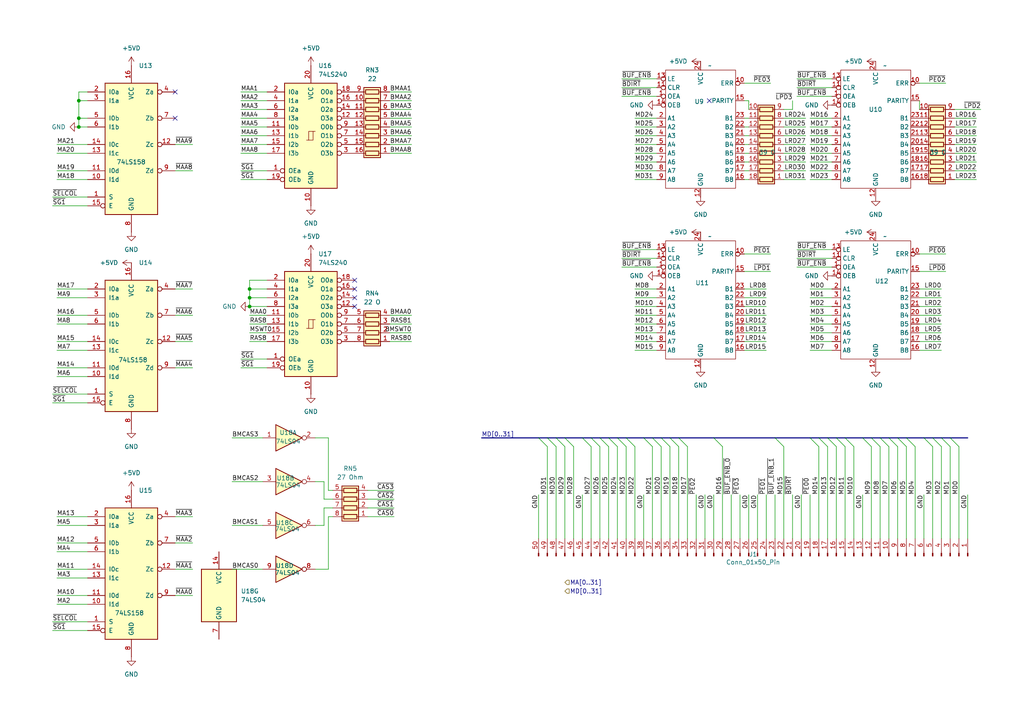
<source format=kicad_sch>
(kicad_sch (version 20250114) (generator "eeschema") (generator_version "9.0")
  (paper "A4")
  (lib_symbols
    (symbol "74xx:74LS04"
      (property "Reference" "U" (at 0 1.27 0))
      (property "Value" "74LS04" (at 0 -1.27 0))
      (symbol "74LS04_1_0"
        (pin input line (at -7.62 0 0) (length 3.81) (name "~") (number "1"))
        (pin output inverted (at 7.62 0 180) (length 3.81) (name "~") (number "2"))
      )
      (symbol "74LS04_2_0"
        (pin input line (at -7.62 0 0) (length 3.81) (name "~") (number "3"))
        (pin output inverted (at 7.62 0 180) (length 3.81) (name "~") (number "4"))
      )
      (symbol "74LS04_3_0"
        (pin input line (at -7.62 0 0) (length 3.81) (name "~") (number "5"))
        (pin output inverted (at 7.62 0 180) (length 3.81) (name "~") (number "6"))
      )
      (symbol "74LS04_4_0"
        (pin input line (at -7.62 0 0) (length 3.81) (name "~") (number "9"))
        (pin output inverted (at 7.62 0 180) (length 3.81) (name "~") (number "8"))
      )
      (symbol "74LS04_5_0"
        (pin input line (at -7.62 0 0) (length 3.81) (name "~") (number "11"))
        (pin output inverted (at 7.62 0 180) (length 3.81) (name "~") (number "10"))
      )
      (symbol "74LS04_6_0"
        (pin input line (at -7.62 0 0) (length 3.81) (name "~") (number "13"))
        (pin output inverted (at 7.62 0 180) (length 3.81) (name "~") (number "12"))
      )
      (symbol "74LS04_7_0"
        (pin power_in line (at 0 12.7 270) (length 5.08) (name "VCC") (number "14"))
        (pin power_in line (at 0 -12.7 90) (length 5.08) (name "GND") (number "7"))
      )
    )
    (symbol "74xx:74LS158" (pin_names (offset 1.016))
      (property "Reference" "U" (at -7.62 19.05 0))
      (property "Value" "74LS158" (at -7.62 -21.59 0))
      (symbol "74LS158_1_0"
        (pin input line (at -12.7 15.24 0) (length 5.08) (name "I0a") (number "2"))
        (pin input line (at -12.7 12.7 0) (length 5.08) (name "I1a") (number "3"))
        (pin input line (at -12.7 7.62 0) (length 5.08) (name "I0b") (number "5"))
        (pin input line (at -12.7 5.08 0) (length 5.08) (name "I1b") (number "6"))
        (pin input line (at -12.7 0 0) (length 5.08) (name "I0c") (number "14"))
        (pin input line (at -12.7 -2.54 0) (length 5.08) (name "I1c") (number "13"))
        (pin input line (at -12.7 -7.62 0) (length 5.08) (name "I0d") (number "11"))
        (pin input line (at -12.7 -10.16 0) (length 5.08) (name "I1d") (number "10"))
        (pin input line (at -12.7 -15.24 0) (length 5.08) (name "S") (number "1"))
        (pin input inverted (at -12.7 -17.78 0) (length 5.08) (name "E") (number "15"))
        (pin power_in line (at 0 22.86 270) (length 5.08) (name "VCC") (number "16"))
        (pin power_in line (at 0 -25.4 90) (length 5.08) (name "GND") (number "8"))
        (pin output inverted (at 12.7 15.24 180) (length 5.08) (name "Za") (number "4"))
        (pin output inverted (at 12.7 7.62 180) (length 5.08) (name "Zb") (number "7"))
        (pin output inverted (at 12.7 0 180) (length 5.08) (name "Zc") (number "12"))
        (pin output inverted (at 12.7 -7.62 180) (length 5.08) (name "Zd") (number "9"))
      )
    )
    (symbol "74xx:74LS240" (pin_names (offset 1.016))
      (property "Reference" "U" (at -7.62 16.51 0))
      (property "Value" "74LS240" (at -7.62 -16.51 0))
      (symbol "74LS240_1_0"
        (pin input line (at -12.7 12.7 0) (length 5.08) (name "I0a") (number "2"))
        (pin input line (at -12.7 10.16 0) (length 5.08) (name "I1a") (number "4"))
        (pin input line (at -12.7 7.62 0) (length 5.08) (name "I2a") (number "6"))
        (pin input line (at -12.7 5.08 0) (length 5.08) (name "I3a") (number "8"))
        (pin input line (at -12.7 2.54 0) (length 5.08) (name "I0b") (number "11"))
        (pin input line (at -12.7 0 0) (length 5.08) (name "I1b") (number "13"))
        (pin input line (at -12.7 -2.54 0) (length 5.08) (name "I2b") (number "15"))
        (pin input line (at -12.7 -5.08 0) (length 5.08) (name "I3b") (number "17"))
        (pin input inverted (at -12.7 -10.16 0) (length 5.08) (name "OEa") (number "1"))
        (pin input inverted (at -12.7 -12.7 0) (length 5.08) (name "OEb") (number "19"))
        (pin power_in line (at 0 20.32 270) (length 5.08) (name "VCC") (number "20"))
        (pin power_in line (at 0 -20.32 90) (length 5.08) (name "GND") (number "10"))
        (pin tri_state inverted (at 12.7 12.7 180) (length 5.08) (name "O0a") (number "18"))
        (pin tri_state inverted (at 12.7 10.16 180) (length 5.08) (name "O1a") (number "16"))
        (pin tri_state inverted (at 12.7 7.62 180) (length 5.08) (name "O2a") (number "14"))
        (pin tri_state inverted (at 12.7 5.08 180) (length 5.08) (name "O3a") (number "12"))
        (pin tri_state inverted (at 12.7 2.54 180) (length 5.08) (name "O0b") (number "9"))
        (pin tri_state inverted (at 12.7 0 180) (length 5.08) (name "O1b") (number "7"))
        (pin tri_state inverted (at 12.7 -2.54 180) (length 5.08) (name "O2b") (number "5"))
        (pin tri_state inverted (at 12.7 -5.08 180) (length 5.08) (name "O3b") (number "3"))
      )
    )
    (symbol "Connector:Conn_01x50_Pin" (pin_names (offset 1.016) (hide yes))
      (property "Reference" "J" (at 0 63.5 0))
      (property "Value" "Conn_01x50_Pin" (at 0 -66.04 0))
      (symbol "Conn_01x50_Pin_1_1"
        (pin passive line (at 5.08 60.96 180) (length 3.81) (name "Pin_1") (number "1"))
        (pin passive line (at 5.08 58.42 180) (length 3.81) (name "Pin_2") (number "2"))
        (pin passive line (at 5.08 55.88 180) (length 3.81) (name "Pin_3") (number "3"))
        (pin passive line (at 5.08 53.34 180) (length 3.81) (name "Pin_4") (number "4"))
        (pin passive line (at 5.08 50.8 180) (length 3.81) (name "Pin_5") (number "5"))
        (pin passive line (at 5.08 48.26 180) (length 3.81) (name "Pin_6") (number "6"))
        (pin passive line (at 5.08 45.72 180) (length 3.81) (name "Pin_7") (number "7"))
        (pin passive line (at 5.08 43.18 180) (length 3.81) (name "Pin_8") (number "8"))
        (pin passive line (at 5.08 40.64 180) (length 3.81) (name "Pin_9") (number "9"))
        (pin passive line (at 5.08 38.1 180) (length 3.81) (name "Pin_10") (number "10"))
        (pin passive line (at 5.08 35.56 180) (length 3.81) (name "Pin_11") (number "11"))
        (pin passive line (at 5.08 33.02 180) (length 3.81) (name "Pin_12") (number "12"))
        (pin passive line (at 5.08 30.48 180) (length 3.81) (name "Pin_13") (number "13"))
        (pin passive line (at 5.08 27.94 180) (length 3.81) (name "Pin_14") (number "14"))
        (pin passive line (at 5.08 25.4 180) (length 3.81) (name "Pin_15") (number "15"))
        (pin passive line (at 5.08 22.86 180) (length 3.81) (name "Pin_16") (number "16"))
        (pin passive line (at 5.08 20.32 180) (length 3.81) (name "Pin_17") (number "17"))
        (pin passive line (at 5.08 17.78 180) (length 3.81) (name "Pin_18") (number "18"))
        (pin passive line (at 5.08 15.24 180) (length 3.81) (name "Pin_19") (number "19"))
        (pin passive line (at 5.08 12.7 180) (length 3.81) (name "Pin_20") (number "20"))
        (pin passive line (at 5.08 10.16 180) (length 3.81) (name "Pin_21") (number "21"))
        (pin passive line (at 5.08 7.62 180) (length 3.81) (name "Pin_22") (number "22"))
        (pin passive line (at 5.08 5.08 180) (length 3.81) (name "Pin_23") (number "23"))
        (pin passive line (at 5.08 2.54 180) (length 3.81) (name "Pin_24") (number "24"))
        (pin passive line (at 5.08 0 180) (length 3.81) (name "Pin_25") (number "25"))
        (pin passive line (at 5.08 -2.54 180) (length 3.81) (name "Pin_26") (number "26"))
        (pin passive line (at 5.08 -5.08 180) (length 3.81) (name "Pin_27") (number "27"))
        (pin passive line (at 5.08 -7.62 180) (length 3.81) (name "Pin_28") (number "28"))
        (pin passive line (at 5.08 -10.16 180) (length 3.81) (name "Pin_29") (number "29"))
        (pin passive line (at 5.08 -12.7 180) (length 3.81) (name "Pin_30") (number "30"))
        (pin passive line (at 5.08 -15.24 180) (length 3.81) (name "Pin_31") (number "31"))
        (pin passive line (at 5.08 -17.78 180) (length 3.81) (name "Pin_32") (number "32"))
        (pin passive line (at 5.08 -20.32 180) (length 3.81) (name "Pin_33") (number "33"))
        (pin passive line (at 5.08 -22.86 180) (length 3.81) (name "Pin_34") (number "34"))
        (pin passive line (at 5.08 -25.4 180) (length 3.81) (name "Pin_35") (number "35"))
        (pin passive line (at 5.08 -27.94 180) (length 3.81) (name "Pin_36") (number "36"))
        (pin passive line (at 5.08 -30.48 180) (length 3.81) (name "Pin_37") (number "37"))
        (pin passive line (at 5.08 -33.02 180) (length 3.81) (name "Pin_38") (number "38"))
        (pin passive line (at 5.08 -35.56 180) (length 3.81) (name "Pin_39") (number "39"))
        (pin passive line (at 5.08 -38.1 180) (length 3.81) (name "Pin_40") (number "40"))
        (pin passive line (at 5.08 -40.64 180) (length 3.81) (name "Pin_41") (number "41"))
        (pin passive line (at 5.08 -43.18 180) (length 3.81) (name "Pin_42") (number "42"))
        (pin passive line (at 5.08 -45.72 180) (length 3.81) (name "Pin_43") (number "43"))
        (pin passive line (at 5.08 -48.26 180) (length 3.81) (name "Pin_44") (number "44"))
        (pin passive line (at 5.08 -50.8 180) (length 3.81) (name "Pin_45") (number "45"))
        (pin passive line (at 5.08 -53.34 180) (length 3.81) (name "Pin_46") (number "46"))
        (pin passive line (at 5.08 -55.88 180) (length 3.81) (name "Pin_47") (number "47"))
        (pin passive line (at 5.08 -58.42 180) (length 3.81) (name "Pin_48") (number "48"))
        (pin passive line (at 5.08 -60.96 180) (length 3.81) (name "Pin_49") (number "49"))
        (pin passive line (at 5.08 -63.5 180) (length 3.81) (name "Pin_50") (number "50"))
      )
    )
    (symbol "Device:R_Pack04" (pin_names (offset 0) (hide yes))
      (property "Reference" "RN" (at -7.62 0 90))
      (property "Value" "R_Pack04" (at 5.08 0 90))
      (symbol "R_Pack04_1_1"
        (pin passive line (at -5.08 5.08 270) (length 2.54) (name "R1.2") (number "8"))
        (pin passive line (at -5.08 -5.08 90) (length 2.54) (name "R1.1") (number "1"))
        (pin passive line (at -2.54 5.08 270) (length 2.54) (name "R2.2") (number "7"))
        (pin passive line (at -2.54 -5.08 90) (length 2.54) (name "R2.1") (number "2"))
        (pin passive line (at 0 5.08 270) (length 2.54) (name "R3.2") (number "6"))
        (pin passive line (at 0 -5.08 90) (length 2.54) (name "R3.1") (number "3"))
        (pin passive line (at 2.54 5.08 270) (length 2.54) (name "R4.2") (number "5"))
        (pin passive line (at 2.54 -5.08 90) (length 2.54) (name "R4.1") (number "4"))
      )
    )
    (symbol "Device:R_Pack08" (pin_names (offset 0) (hide yes))
      (property "Reference" "RN" (at -12.7 0 90))
      (property "Value" "R_Pack08" (at 10.16 0 90))
      (symbol "R_Pack08_1_1"
        (pin passive line (at -10.16 5.08 270) (length 2.54) (name "R1.2") (number "16"))
        (pin passive line (at -10.16 -5.08 90) (length 2.54) (name "R1.1") (number "1"))
        (pin passive line (at -7.62 5.08 270) (length 2.54) (name "R2.2") (number "15"))
        (pin passive line (at -7.62 -5.08 90) (length 2.54) (name "R2.1") (number "2"))
        (pin passive line (at -5.08 5.08 270) (length 2.54) (name "R3.2") (number "14"))
        (pin passive line (at -5.08 -5.08 90) (length 2.54) (name "R3.1") (number "3"))
        (pin passive line (at -2.54 5.08 270) (length 2.54) (name "R4.2") (number "13"))
        (pin passive line (at -2.54 -5.08 90) (length 2.54) (name "R4.1") (number "4"))
        (pin passive line (at 0 5.08 270) (length 2.54) (name "R5.2") (number "12"))
        (pin passive line (at 0 -5.08 90) (length 2.54) (name "R5.1") (number "5"))
        (pin passive line (at 2.54 5.08 270) (length 2.54) (name "R6.2") (number "11"))
        (pin passive line (at 2.54 -5.08 90) (length 2.54) (name "R6.1") (number "6"))
        (pin passive line (at 5.08 5.08 270) (length 2.54) (name "R7.2") (number "10"))
        (pin passive line (at 5.08 -5.08 90) (length 2.54) (name "R7.1") (number "7"))
        (pin passive line (at 7.62 5.08 270) (length 2.54) (name "R8.2") (number "9"))
        (pin passive line (at 7.62 -5.08 90) (length 2.54) (name "R8.1") (number "8"))
      )
    )
    (symbol "Device:R_Pack09" (pin_names (offset 0) (hide yes))
      (property "Reference" "RN" (at -12.7 0 90))
      (property "Value" "R_Pack09" (at 12.7 0 90))
      (symbol "R_Pack09_1_1"
        (pin passive line (at -10.16 5.08 270) (length 2.54) (name "R1.2") (number "18"))
        (pin passive line (at -10.16 -5.08 90) (length 2.54) (name "R1.1") (number "1"))
        (pin passive line (at -7.62 5.08 270) (length 2.54) (name "R2.2") (number "17"))
        (pin passive line (at -7.62 -5.08 90) (length 2.54) (name "R2.1") (number "2"))
        (pin passive line (at -5.08 5.08 270) (length 2.54) (name "R3.2") (number "16"))
        (pin passive line (at -5.08 -5.08 90) (length 2.54) (name "R3.1") (number "3"))
        (pin passive line (at -2.54 5.08 270) (length 2.54) (name "R4.2") (number "15"))
        (pin passive line (at -2.54 -5.08 90) (length 2.54) (name "R4.1") (number "4"))
        (pin passive line (at 0 5.08 270) (length 2.54) (name "R5.2") (number "14"))
        (pin passive line (at 0 -5.08 90) (length 2.54) (name "R5.1") (number "5"))
        (pin passive line (at 2.54 5.08 270) (length 2.54) (name "R6.2") (number "13"))
        (pin passive line (at 2.54 -5.08 90) (length 2.54) (name "R6.1") (number "6"))
        (pin passive line (at 5.08 5.08 270) (length 2.54) (name "R7.2") (number "12"))
        (pin passive line (at 5.08 -5.08 90) (length 2.54) (name "R7.1") (number "7"))
        (pin passive line (at 7.62 5.08 270) (length 2.54) (name "R8.2") (number "11"))
        (pin passive line (at 7.62 -5.08 90) (length 2.54) (name "R8.1") (number "8"))
        (pin passive line (at 10.16 5.08 270) (length 2.54) (name "R9.2") (number "10"))
        (pin passive line (at 10.16 -5.08 90) (length 2.54) (name "R9.1") (number "9"))
      )
    )
    (symbol "microvax:SN74ABT853"
      (property "Reference" "U" (at 0 -0.254 0))
      (symbol "SN74ABT853_0_0"
        (pin input inverted (at -12.7 10.16 0) (length 2.54) (name "LE") (number "13"))
        (pin input inverted (at -12.7 7.62 0) (length 2.54) (name "CLR") (number "11"))
        (pin input inverted (at -12.7 5.08 0) (length 2.54) (name "OEA") (number "1"))
        (pin input inverted (at -12.7 2.54 0) (length 2.54) (name "OEB") (number "14"))
        (pin bidirectional line (at -12.7 -1.27 0) (length 2.54) (name "A1") (number "2"))
        (pin bidirectional line (at -12.7 -3.81 0) (length 2.54) (name "A2") (number "3"))
        (pin bidirectional line (at -12.7 -6.35 0) (length 2.54) (name "A3") (number "4"))
        (pin bidirectional line (at -12.7 -8.89 0) (length 2.54) (name "A4") (number "5"))
        (pin bidirectional line (at -12.7 -11.43 0) (length 2.54) (name "A5") (number "6"))
        (pin bidirectional line (at -12.7 -13.97 0) (length 2.54) (name "A6") (number "7"))
        (pin bidirectional line (at -12.7 -16.51 0) (length 2.54) (name "A7") (number "8"))
        (pin bidirectional line (at -12.7 -19.05 0) (length 2.54) (name "A8") (number "9"))
        (pin power_in line (at 0 15.24 270) (length 2.54) (name "VCC") (number "24"))
        (pin power_in line (at 0 -24.13 90) (length 2.54) (name "GND") (number "12"))
        (pin output inverted (at 12.7 8.89 180) (length 2.54) (name "ERR") (number "10"))
        (pin bidirectional line (at 12.7 3.81 180) (length 2.54) (name "PARITY") (number "15"))
        (pin bidirectional line (at 12.7 -1.27 180) (length 2.54) (name "B1") (number "23"))
        (pin bidirectional line (at 12.7 -3.81 180) (length 2.54) (name "B2") (number "22"))
        (pin bidirectional line (at 12.7 -6.35 180) (length 2.54) (name "B3") (number "21"))
        (pin bidirectional line (at 12.7 -8.89 180) (length 2.54) (name "B4") (number "20"))
        (pin bidirectional line (at 12.7 -11.43 180) (length 2.54) (name "B5") (number "19"))
        (pin bidirectional line (at 12.7 -13.97 180) (length 2.54) (name "B6") (number "18"))
        (pin bidirectional line (at 12.7 -16.51 180) (length 2.54) (name "B7") (number "17"))
        (pin bidirectional line (at 12.7 -19.05 180) (length 2.54) (name "B8") (number "16"))
      )
    )
    (symbol "power:+5VD" (power) (pin_numbers (hide yes)) (pin_names (offset 0) (hide yes))
      (property "Value" "+5VD" (at 0 3.556 0))
      (symbol "+5VD_1_1"
        (pin power_in line (at 0 0 90) (length 0) (name "~") (number "1"))
      )
    )
    (symbol "power:GND" (power) (pin_numbers (hide yes)) (pin_names (offset 0) (hide yes))
      (property "Value" "GND" (at 0 -3.81 0))
      (symbol "GND_1_1"
        (pin power_in line (at 0 0 270) (length 0) (name "~") (number "1"))
      )
    )
  )
  (junction (at 22.86 36.83))
  (junction (at 72.39 88.9))
  (junction (at 22.86 34.29))
  (junction (at 22.86 29.21))
  (junction (at 72.39 86.36))
  (junction (at 72.39 83.82))
  (no_connect (at 102.87 86.36))
  (no_connect (at 102.87 88.9))
  (no_connect (at 205.74 29.21))
  (no_connect (at 50.8 34.29))
  (no_connect (at 50.8 26.67))
  (no_connect (at 102.87 83.82))
  (no_connect (at 102.87 81.28))
  (bus_entry (at 270.51 127) (size 2.54 2.54))
  (bus_entry (at 168.91 127) (size 2.54 2.54))
  (bus_entry (at 245.11 127) (size 2.54 2.54))
  (bus_entry (at 275.59 127) (size 2.54 2.54))
  (bus_entry (at 224.79 127) (size 2.54 2.54))
  (bus_entry (at 252.73 127) (size 2.54 2.54))
  (bus_entry (at 186.69 127) (size 2.54 2.54))
  (bus_entry (at 240.03 127) (size 2.54 2.54))
  (bus_entry (at 158.75 127) (size 2.54 2.54))
  (bus_entry (at 234.95 127) (size 2.54 2.54))
  (bus_entry (at 255.27 127) (size 2.54 2.54))
  (bus_entry (at 161.29 127) (size 2.54 2.54))
  (bus_entry (at 163.83 127) (size 2.54 2.54))
  (bus_entry (at 156.21 127) (size 2.54 2.54))
  (bus_entry (at 207.01 127) (size 2.54 2.54))
  (bus_entry (at 273.05 127) (size 2.54 2.54))
  (bus_entry (at 191.77 127) (size 2.54 2.54))
  (bus_entry (at 181.61 127) (size 2.54 2.54))
  (bus_entry (at 179.07 127) (size 2.54 2.54))
  (bus_entry (at 267.97 127) (size 2.54 2.54))
  (bus_entry (at 262.89 127) (size 2.54 2.54))
  (bus_entry (at 237.49 127) (size 2.54 2.54))
  (bus_entry (at 171.45 127) (size 2.54 2.54))
  (bus_entry (at 176.53 127) (size 2.54 2.54))
  (bus_entry (at 242.57 127) (size 2.54 2.54))
  (bus_entry (at 189.23 127) (size 2.54 2.54))
  (bus_entry (at 250.19 127) (size 2.54 2.54))
  (bus_entry (at 257.81 127) (size 2.54 2.54))
  (bus_entry (at 260.35 127) (size 2.54 2.54))
  (bus_entry (at 196.85 127) (size 2.54 2.54))
  (bus_entry (at 173.99 127) (size 2.54 2.54))
  (bus_entry (at 194.31 127) (size 2.54 2.54))
  (wire (pts (xy 222.25 96.52) (xy 215.9 96.52)))
  (wire (pts (xy 69.85 52.07) (xy 77.47 52.07)))
  (wire (pts (xy 227.33 129.54) (xy 227.33 156.21)))
  (wire (pts (xy 283.21 52.07) (xy 276.86 52.07)))
  (wire (pts (xy 215.9 44.45) (xy 217.17 44.45)))
  (wire (pts (xy 283.21 49.53) (xy 276.86 49.53)))
  (wire (pts (xy 180.34 72.39) (xy 190.5 72.39)))
  (wire (pts (xy 231.14 25.4) (xy 241.3 25.4)))
  (wire (pts (xy 15.24 180.34) (xy 25.4 180.34)))
  (wire (pts (xy 222.25 91.44) (xy 215.9 91.44)))
  (wire (pts (xy 113.03 36.83) (xy 119.38 36.83)))
  (wire (pts (xy 222.25 86.36) (xy 215.9 86.36)))
  (wire (pts (xy 184.15 52.07) (xy 190.5 52.07)))
  (wire (pts (xy 214.63 143.51) (xy 214.63 156.21)))
  (wire (pts (xy 219.71 143.51) (xy 219.71 156.21)))
  (wire (pts (xy 69.85 44.45) (xy 77.47 44.45)))
  (wire (pts (xy 212.09 143.51) (xy 212.09 156.21)))
  (wire (pts (xy 184.15 46.99) (xy 190.5 46.99)))
  (wire (pts (xy 217.17 143.51) (xy 217.17 156.21)))
  (wire (pts (xy 106.68 142.24) (xy 114.3 142.24)))
  (wire (pts (xy 72.39 86.36) (xy 77.47 86.36)))
  (wire (pts (xy 72.39 83.82) (xy 77.47 83.82)))
  (wire (pts (xy 184.15 41.91) (xy 190.5 41.91)))
  (wire (pts (xy 233.68 36.83) (xy 227.33 36.83)))
  (bus (pts (xy 158.75 127) (xy 161.29 127)))
  (wire (pts (xy 50.8 41.91) (xy 55.88 41.91)))
  (wire (pts (xy 16.51 172.72) (xy 25.4 172.72)))
  (wire (pts (xy 215.9 24.13) (xy 223.52 24.13)))
  (wire (pts (xy 273.05 93.98) (xy 266.7 93.98)))
  (wire (pts (xy 224.79 143.51) (xy 224.79 156.21)))
  (wire (pts (xy 234.95 86.36) (xy 241.3 86.36)))
  (wire (pts (xy 207.01 143.51) (xy 207.01 156.21)))
  (wire (pts (xy 215.9 46.99) (xy 217.17 46.99)))
  (wire (pts (xy 283.21 44.45) (xy 276.86 44.45)))
  (bus (pts (xy 250.19 127) (xy 252.73 127)))
  (wire (pts (xy 22.86 29.21) (xy 22.86 34.29)))
  (wire (pts (xy 184.15 129.54) (xy 184.15 156.21)))
  (wire (pts (xy 273.05 96.52) (xy 266.7 96.52)))
  (wire (pts (xy 93.98 144.78) (xy 93.98 139.7)))
  (bus (pts (xy 252.73 127) (xy 255.27 127)))
  (wire (pts (xy 184.15 93.98) (xy 190.5 93.98)))
  (wire (pts (xy 25.4 26.67) (xy 22.86 26.67)))
  (wire (pts (xy 217.17 31.75) (xy 217.17 29.21)))
  (wire (pts (xy 50.8 83.82) (xy 55.88 83.82)))
  (wire (pts (xy 231.14 74.93) (xy 241.3 74.93)))
  (wire (pts (xy 266.7 78.74) (xy 274.32 78.74)))
  (wire (pts (xy 199.39 129.54) (xy 199.39 156.21)))
  (wire (pts (xy 262.89 129.54) (xy 262.89 156.21)))
  (wire (pts (xy 72.39 99.06) (xy 77.47 99.06)))
  (bus (pts (xy 181.61 127) (xy 186.69 127)))
  (wire (pts (xy 16.51 152.4) (xy 25.4 152.4)))
  (bus (pts (xy 237.49 127) (xy 240.03 127)))
  (wire (pts (xy 234.95 96.52) (xy 241.3 96.52)))
  (wire (pts (xy 184.15 83.82) (xy 190.5 83.82)))
  (wire (pts (xy 266.7 73.66) (xy 274.32 73.66)))
  (wire (pts (xy 215.9 39.37) (xy 217.17 39.37)))
  (wire (pts (xy 16.51 101.6) (xy 25.4 101.6)))
  (wire (pts (xy 113.03 39.37) (xy 119.38 39.37)))
  (wire (pts (xy 266.7 24.13) (xy 274.32 24.13)))
  (wire (pts (xy 234.95 99.06) (xy 241.3 99.06)))
  (wire (pts (xy 189.23 129.54) (xy 189.23 156.21)))
  (wire (pts (xy 171.45 129.54) (xy 171.45 156.21)))
  (wire (pts (xy 222.25 99.06) (xy 215.9 99.06)))
  (wire (pts (xy 50.8 99.06) (xy 55.88 99.06)))
  (wire (pts (xy 260.35 129.54) (xy 260.35 156.21)))
  (wire (pts (xy 69.85 29.21) (xy 77.47 29.21)))
  (wire (pts (xy 233.68 46.99) (xy 227.33 46.99)))
  (wire (pts (xy 233.68 49.53) (xy 227.33 49.53)))
  (bus (pts (xy 156.21 127) (xy 158.75 127)))
  (wire (pts (xy 16.51 91.44) (xy 25.4 91.44)))
  (wire (pts (xy 69.85 49.53) (xy 77.47 49.53)))
  (wire (pts (xy 184.15 36.83) (xy 190.5 36.83)))
  (wire (pts (xy 69.85 26.67) (xy 77.47 26.67)))
  (wire (pts (xy 16.51 44.45) (xy 25.4 44.45)))
  (wire (pts (xy 96.52 144.78) (xy 93.98 144.78)))
  (wire (pts (xy 283.21 41.91) (xy 276.86 41.91)))
  (bus (pts (xy 255.27 127) (xy 257.81 127)))
  (wire (pts (xy 91.44 127) (xy 95.25 127)))
  (wire (pts (xy 273.05 99.06) (xy 266.7 99.06)))
  (bus (pts (xy 173.99 127) (xy 176.53 127)))
  (wire (pts (xy 283.21 34.29) (xy 276.86 34.29)))
  (wire (pts (xy 180.34 22.86) (xy 190.5 22.86)))
  (wire (pts (xy 72.39 96.52) (xy 77.47 96.52)))
  (wire (pts (xy 15.24 182.88) (xy 25.4 182.88)))
  (wire (pts (xy 69.85 31.75) (xy 77.47 31.75)))
  (wire (pts (xy 255.27 129.54) (xy 255.27 156.21)))
  (wire (pts (xy 184.15 86.36) (xy 190.5 86.36)))
  (wire (pts (xy 233.68 34.29) (xy 227.33 34.29)))
  (wire (pts (xy 234.95 83.82) (xy 241.3 83.82)))
  (wire (pts (xy 113.03 34.29) (xy 119.38 34.29)))
  (wire (pts (xy 158.75 129.54) (xy 158.75 156.21)))
  (wire (pts (xy 283.21 46.99) (xy 276.86 46.99)))
  (wire (pts (xy 50.8 49.53) (xy 55.88 49.53)))
  (wire (pts (xy 234.95 52.07) (xy 241.3 52.07)))
  (wire (pts (xy 67.31 139.7) (xy 76.2 139.7)))
  (wire (pts (xy 184.15 101.6) (xy 190.5 101.6)))
  (wire (pts (xy 181.61 129.54) (xy 181.61 156.21)))
  (wire (pts (xy 69.85 36.83) (xy 77.47 36.83)))
  (wire (pts (xy 234.95 46.99) (xy 241.3 46.99)))
  (wire (pts (xy 245.11 129.54) (xy 245.11 156.21)))
  (wire (pts (xy 229.87 143.51) (xy 229.87 156.21)))
  (wire (pts (xy 273.05 83.82) (xy 266.7 83.82)))
  (bus (pts (xy 262.89 127) (xy 267.97 127)))
  (wire (pts (xy 15.24 59.69) (xy 25.4 59.69)))
  (wire (pts (xy 227.33 31.75) (xy 229.87 31.75)))
  (wire (pts (xy 273.05 86.36) (xy 266.7 86.36)))
  (wire (pts (xy 113.03 96.52) (xy 119.38 96.52)))
  (wire (pts (xy 184.15 88.9) (xy 190.5 88.9)))
  (wire (pts (xy 191.77 129.54) (xy 191.77 156.21)))
  (wire (pts (xy 180.34 27.94) (xy 190.5 27.94)))
  (bus (pts (xy 168.91 127) (xy 171.45 127)))
  (wire (pts (xy 273.05 129.54) (xy 273.05 156.21)))
  (bus (pts (xy 260.35 127) (xy 262.89 127)))
  (wire (pts (xy 231.14 72.39) (xy 241.3 72.39)))
  (wire (pts (xy 16.51 167.64) (xy 25.4 167.64)))
  (wire (pts (xy 222.25 101.6) (xy 215.9 101.6)))
  (bus (pts (xy 267.97 127) (xy 270.51 127)))
  (bus (pts (xy 275.59 127) (xy 280.67 127)))
  (wire (pts (xy 215.9 52.07) (xy 217.17 52.07)))
  (bus (pts (xy 179.07 127) (xy 181.61 127)))
  (bus (pts (xy 257.81 127) (xy 260.35 127)))
  (wire (pts (xy 161.29 129.54) (xy 161.29 156.21)))
  (wire (pts (xy 283.21 36.83) (xy 276.86 36.83)))
  (wire (pts (xy 91.44 152.4) (xy 93.98 152.4)))
  (wire (pts (xy 273.05 91.44) (xy 266.7 91.44)))
  (wire (pts (xy 231.14 22.86) (xy 241.3 22.86)))
  (wire (pts (xy 106.68 144.78) (xy 114.3 144.78)))
  (wire (pts (xy 16.51 93.98) (xy 25.4 93.98)))
  (wire (pts (xy 113.03 44.45) (xy 119.38 44.45)))
  (wire (pts (xy 234.95 101.6) (xy 241.3 101.6)))
  (wire (pts (xy 222.25 88.9) (xy 215.9 88.9)))
  (bus (pts (xy 189.23 127) (xy 191.77 127)))
  (wire (pts (xy 247.65 129.54) (xy 247.65 156.21)))
  (wire (pts (xy 15.24 57.15) (xy 25.4 57.15)))
  (wire (pts (xy 234.95 41.91) (xy 241.3 41.91)))
  (wire (pts (xy 234.95 39.37) (xy 241.3 39.37)))
  (wire (pts (xy 240.03 129.54) (xy 240.03 156.21)))
  (wire (pts (xy 16.51 157.48) (xy 25.4 157.48)))
  (wire (pts (xy 222.25 83.82) (xy 215.9 83.82)))
  (wire (pts (xy 180.34 77.47) (xy 190.5 77.47)))
  (bus (pts (xy 171.45 127) (xy 173.99 127)))
  (bus (pts (xy 191.77 127) (xy 194.31 127)))
  (bus (pts (xy 139.7 127) (xy 156.21 127)))
  (wire (pts (xy 184.15 39.37) (xy 190.5 39.37)))
  (wire (pts (xy 16.51 175.26) (xy 25.4 175.26)))
  (wire (pts (xy 275.59 129.54) (xy 275.59 156.21)))
  (wire (pts (xy 96.52 142.24) (xy 95.25 142.24)))
  (wire (pts (xy 234.95 88.9) (xy 241.3 88.9)))
  (wire (pts (xy 50.8 91.44) (xy 55.88 91.44)))
  (wire (pts (xy 113.03 26.67) (xy 119.38 26.67)))
  (wire (pts (xy 50.8 106.68) (xy 55.88 106.68)))
  (wire (pts (xy 72.39 88.9) (xy 72.39 86.36)))
  (wire (pts (xy 234.95 143.51) (xy 234.95 156.21)))
  (bus (pts (xy 270.51 127) (xy 273.05 127)))
  (wire (pts (xy 50.8 165.1) (xy 55.88 165.1)))
  (bus (pts (xy 234.95 127) (xy 237.49 127)))
  (wire (pts (xy 22.86 29.21) (xy 25.4 29.21)))
  (wire (pts (xy 273.05 88.9) (xy 266.7 88.9)))
  (wire (pts (xy 179.07 129.54) (xy 179.07 156.21)))
  (wire (pts (xy 180.34 25.4) (xy 190.5 25.4)))
  (wire (pts (xy 91.44 139.7) (xy 93.98 139.7)))
  (wire (pts (xy 184.15 96.52) (xy 190.5 96.52)))
  (wire (pts (xy 266.7 29.21) (xy 266.7 31.75)))
  (wire (pts (xy 283.21 39.37) (xy 276.86 39.37)))
  (wire (pts (xy 113.03 91.44) (xy 119.38 91.44)))
  (wire (pts (xy 69.85 104.14) (xy 77.47 104.14)))
  (wire (pts (xy 215.9 34.29) (xy 217.17 34.29)))
  (wire (pts (xy 252.73 129.54) (xy 252.73 156.21)))
  (wire (pts (xy 72.39 81.28) (xy 77.47 81.28)))
  (wire (pts (xy 15.24 116.84) (xy 25.4 116.84)))
  (bus (pts (xy 273.05 127) (xy 275.59 127)))
  (wire (pts (xy 234.95 91.44) (xy 241.3 91.44)))
  (bus (pts (xy 207.01 127) (xy 224.79 127)))
  (wire (pts (xy 50.8 157.48) (xy 55.88 157.48)))
  (wire (pts (xy 16.51 99.06) (xy 25.4 99.06)))
  (wire (pts (xy 267.97 143.51) (xy 267.97 156.21)))
  (wire (pts (xy 166.37 129.54) (xy 166.37 156.21)))
  (wire (pts (xy 173.99 129.54) (xy 173.99 156.21)))
  (wire (pts (xy 234.95 44.45) (xy 241.3 44.45)))
  (wire (pts (xy 113.03 99.06) (xy 119.38 99.06)))
  (wire (pts (xy 231.14 27.94) (xy 241.3 27.94)))
  (wire (pts (xy 237.49 129.54) (xy 237.49 156.21)))
  (wire (pts (xy 22.86 34.29) (xy 22.86 36.83)))
  (wire (pts (xy 95.25 165.1) (xy 91.44 165.1)))
  (bus (pts (xy 161.29 127) (xy 163.83 127)))
  (bus (pts (xy 194.31 127) (xy 196.85 127)))
  (bus (pts (xy 163.83 127) (xy 168.91 127)))
  (wire (pts (xy 234.95 49.53) (xy 241.3 49.53)))
  (wire (pts (xy 176.53 129.54) (xy 176.53 156.21)))
  (bus (pts (xy 224.79 127) (xy 234.95 127)))
  (wire (pts (xy 196.85 129.54) (xy 196.85 156.21)))
  (wire (pts (xy 184.15 99.06) (xy 190.5 99.06)))
  (wire (pts (xy 16.51 106.68) (xy 25.4 106.68)))
  (wire (pts (xy 96.52 147.32) (xy 93.98 147.32)))
  (wire (pts (xy 242.57 129.54) (xy 242.57 156.21)))
  (wire (pts (xy 15.24 114.3) (xy 25.4 114.3)))
  (wire (pts (xy 265.43 129.54) (xy 265.43 156.21)))
  (wire (pts (xy 201.93 143.51) (xy 201.93 156.21)))
  (wire (pts (xy 163.83 129.54) (xy 163.83 156.21)))
  (wire (pts (xy 233.68 52.07) (xy 227.33 52.07)))
  (wire (pts (xy 168.91 143.51) (xy 168.91 156.21)))
  (wire (pts (xy 215.9 49.53) (xy 217.17 49.53)))
  (wire (pts (xy 222.25 143.51) (xy 222.25 156.21)))
  (wire (pts (xy 215.9 41.91) (xy 217.17 41.91)))
  (wire (pts (xy 95.25 142.24) (xy 95.25 127)))
  (wire (pts (xy 232.41 143.51) (xy 232.41 156.21)))
  (wire (pts (xy 69.85 41.91) (xy 77.47 41.91)))
  (wire (pts (xy 257.81 129.54) (xy 257.81 156.21)))
  (wire (pts (xy 280.67 143.51) (xy 280.67 156.21)))
  (wire (pts (xy 67.31 165.1) (xy 76.2 165.1)))
  (wire (pts (xy 16.51 86.36) (xy 25.4 86.36)))
  (wire (pts (xy 16.51 165.1) (xy 25.4 165.1)))
  (wire (pts (xy 184.15 44.45) (xy 190.5 44.45)))
  (wire (pts (xy 234.95 36.83) (xy 241.3 36.83)))
  (wire (pts (xy 16.51 49.53) (xy 25.4 49.53)))
  (wire (pts (xy 233.68 39.37) (xy 227.33 39.37)))
  (wire (pts (xy 113.03 31.75) (xy 119.38 31.75)))
  (wire (pts (xy 231.14 77.47) (xy 241.3 77.47)))
  (wire (pts (xy 22.86 26.67) (xy 22.86 29.21)))
  (wire (pts (xy 69.85 106.68) (xy 77.47 106.68)))
  (wire (pts (xy 113.03 93.98) (xy 119.38 93.98)))
  (bus (pts (xy 186.69 127) (xy 189.23 127)))
  (wire (pts (xy 180.34 74.93) (xy 190.5 74.93)))
  (wire (pts (xy 276.86 31.75) (xy 284.48 31.75)))
  (wire (pts (xy 67.31 127) (xy 76.2 127)))
  (wire (pts (xy 184.15 34.29) (xy 190.5 34.29)))
  (wire (pts (xy 106.68 149.86) (xy 114.3 149.86)))
  (wire (pts (xy 72.39 93.98) (xy 77.47 93.98)))
  (wire (pts (xy 72.39 83.82) (xy 72.39 81.28)))
  (wire (pts (xy 186.69 143.51) (xy 186.69 156.21)))
  (wire (pts (xy 77.47 88.9) (xy 72.39 88.9)))
  (wire (pts (xy 16.51 52.07) (xy 25.4 52.07)))
  (bus (pts (xy 196.85 127) (xy 207.01 127)))
  (wire (pts (xy 209.55 129.54) (xy 209.55 156.21)))
  (wire (pts (xy 204.47 143.51) (xy 204.47 156.21)))
  (wire (pts (xy 113.03 41.91) (xy 119.38 41.91)))
  (wire (pts (xy 273.05 101.6) (xy 266.7 101.6)))
  (wire (pts (xy 96.52 149.86) (xy 95.25 149.86)))
  (wire (pts (xy 215.9 73.66) (xy 223.52 73.66)))
  (wire (pts (xy 250.19 143.51) (xy 250.19 156.21)))
  (wire (pts (xy 215.9 29.21) (xy 217.17 29.21)))
  (wire (pts (xy 95.25 149.86) (xy 95.25 165.1)))
  (wire (pts (xy 72.39 86.36) (xy 72.39 83.82)))
  (wire (pts (xy 50.8 172.72) (xy 55.88 172.72)))
  (bus (pts (xy 176.53 127) (xy 179.07 127)))
  (wire (pts (xy 69.85 39.37) (xy 77.47 39.37)))
  (wire (pts (xy 67.31 152.4) (xy 76.2 152.4)))
  (wire (pts (xy 222.25 93.98) (xy 215.9 93.98)))
  (wire (pts (xy 93.98 147.32) (xy 93.98 152.4)))
  (wire (pts (xy 215.9 78.74) (xy 223.52 78.74)))
  (wire (pts (xy 16.51 41.91) (xy 25.4 41.91)))
  (wire (pts (xy 22.86 36.83) (xy 25.4 36.83)))
  (wire (pts (xy 113.03 29.21) (xy 119.38 29.21)))
  (wire (pts (xy 270.51 129.54) (xy 270.51 156.21)))
  (wire (pts (xy 16.51 83.82) (xy 25.4 83.82)))
  (wire (pts (xy 234.95 93.98) (xy 241.3 93.98)))
  (wire (pts (xy 69.85 34.29) (xy 77.47 34.29)))
  (bus (pts (xy 242.57 127) (xy 245.11 127)))
  (bus (pts (xy 240.03 127) (xy 242.57 127)))
  (wire (pts (xy 194.31 129.54) (xy 194.31 156.21)))
  (wire (pts (xy 234.95 34.29) (xy 241.3 34.29)))
  (wire (pts (xy 233.68 41.91) (xy 227.33 41.91)))
  (wire (pts (xy 50.8 149.86) (xy 55.88 149.86)))
  (wire (pts (xy 215.9 36.83) (xy 217.17 36.83)))
  (wire (pts (xy 156.21 143.51) (xy 156.21 156.21)))
  (wire (pts (xy 233.68 44.45) (xy 227.33 44.45)))
  (wire (pts (xy 16.51 160.02) (xy 25.4 160.02)))
  (bus (pts (xy 245.11 127) (xy 250.19 127)))
  (wire (pts (xy 278.13 129.54) (xy 278.13 156.21)))
  (wire (pts (xy 16.51 109.22) (xy 25.4 109.22)))
  (wire (pts (xy 184.15 91.44) (xy 190.5 91.44)))
  (wire (pts (xy 229.87 29.21) (xy 229.87 31.75)))
  (wire (pts (xy 106.68 147.32) (xy 114.3 147.32)))
  (wire (pts (xy 184.15 49.53) (xy 190.5 49.53)))
  (wire (pts (xy 22.86 34.29) (xy 25.4 34.29)))
  (wire (pts (xy 16.51 149.86) (xy 25.4 149.86)))
  (wire (pts (xy 72.39 91.44) (xy 77.47 91.44)))
  (label "MD14" (at 184.15 99.06 0))
  (label "MA21" (at 16.51 41.91 0))
  (label "~{MAA1}" (at 55.88 165.1 180))
  (label "MD14" (at 237.49 143.51 90))
  (label "BMAA4" (at 119.38 34.29 180))
  (label "~{PE00}" (at 234.95 143.51 90))
  (label "LRD11" (at 222.25 91.44 180))
  (label "MD27" (at 171.45 143.51 90))
  (label "MD1" (at 275.59 143.51 90))
  (label "~{CAS1}" (at 114.3 147.32 180))
  (label "~{CAS3}" (at 114.3 142.24 180))
  (label "MA18" (at 16.51 52.07 0))
  (label "MSWT0" (at 72.39 96.52 0))
  (label "MA19" (at 16.51 49.53 0))
  (label "MD10" (at 247.65 143.51 90))
  (label "~{BDIRT}" (at 180.34 74.93 0))
  (label "MD31" (at 158.75 143.51 90))
  (label "~{PE02}" (at 201.93 143.51 90))
  (label "MD29" (at 163.83 143.51 90))
  (label "MA16" (at 16.51 91.44 0))
  (label "~{SELCOL}" (at 15.24 57.15 0))
  (label "BMCAS0" (at 67.31 165.1 0))
  (label "~{MAA4}" (at 55.88 106.68 180))
  (label "MA4" (at 16.51 160.02 0))
  (label "GND" (at 204.47 143.51 270))
  (label "GND" (at 207.01 143.51 270))
  (label "MA13" (at 16.51 149.86 0))
  (label "MD18" (at 234.95 39.37 0))
  (label "~{BDIRT}" (at 231.14 25.4 0))
  (label "MD9" (at 184.15 86.36 0))
  (label "BMAA8" (at 119.38 44.45 180))
  (label "~{BUF_ENB_0}" (at 212.09 143.51 90))
  (label "~{BUF_ENB}" (at 231.14 22.86 0))
  (label "LRD5" (at 273.05 96.52 180))
  (label "~{MAA2}" (at 55.88 157.48 180))
  (label "LRD28" (at 233.68 44.45 180))
  (label "~{SELCOL}" (at 15.24 180.34 0))
  (label "MA8" (at 16.51 93.98 0))
  (label "~{BUF_ENB_1}" (at 224.79 143.51 90))
  (label "BMAA3" (at 119.38 31.75 180))
  (label "MD27" (at 184.15 41.91 0))
  (label "MA17" (at 16.51 83.82 0))
  (label "LRD25" (at 233.68 36.83 180))
  (label "GND" (at 217.17 143.51 270))
  (label "LRD10" (at 222.25 88.9 180))
  (label "GND" (at 267.97 143.51 270))
  (label "LRD1" (at 273.05 86.36 180))
  (label "LRD17" (at 283.21 36.83 180))
  (label "MD26" (at 173.99 143.51 90))
  (label "~{LPD3}" (at 229.87 29.21 180))
  (label "MAA1" (at 69.85 26.67 0))
  (label "MD21" (at 189.23 143.51 90))
  (label "MD30" (at 161.29 143.51 90))
  (label "MD19" (at 194.31 143.51 90))
  (label "~{SG1}" (at 69.85 104.14 0))
  (label "RAS81" (at 119.38 93.98 180))
  (label "MAA6" (at 69.85 39.37 0))
  (label "MD23" (at 181.61 143.51 90))
  (label "~{PE01}" (at 223.52 73.66 180))
  (label "LRD4" (at 273.05 93.98 180))
  (label "MD17" (at 199.39 143.51 90))
  (label "MD15" (at 184.15 101.6 0))
  (label "~{MAA0}" (at 55.88 172.72 180))
  (label "~{BUF_ENB}" (at 231.14 77.47 0))
  (label "LRD21" (at 283.21 46.99 180))
  (label "MD5" (at 262.89 143.51 90))
  (label "~{PE00}" (at 274.32 73.66 180))
  (label "RAS8" (at 72.39 93.98 0))
  (label "MD21" (at 234.95 46.99 0))
  (label "~{BUF_ENB}" (at 180.34 72.39 0))
  (label "MA10" (at 16.51 172.72 0))
  (label "MA14" (at 16.51 106.68 0))
  (label "BMAA6" (at 119.38 39.37 180))
  (label "~{MAA9}" (at 55.88 41.91 180))
  (label "MD25" (at 184.15 36.83 0))
  (label "MD24" (at 184.15 34.29 0))
  (label "LRD6" (at 273.05 99.06 180))
  (label "~{SG1}" (at 15.24 59.69 0))
  (label "MD12" (at 242.57 143.51 90))
  (label "MD19" (at 234.95 41.91 0))
  (label "~{LPD1}" (at 223.52 78.74 180))
  (label "LRD7" (at 273.05 101.6 180))
  (label "BMCAS3" (at 67.31 127 0))
  (label "MA20" (at 16.51 44.45 0))
  (label "~{LPD0}" (at 274.32 78.74 180))
  (label "MD5" (at 234.95 96.52 0))
  (label "BMAA1" (at 119.38 26.67 180))
  (label "RAS80" (at 119.38 99.06 180))
  (label "MA15" (at 16.51 99.06 0))
  (label "~{PE02}" (at 274.32 24.13 180))
  (label "GND" (at 280.67 143.51 270))
  (label "MAA3" (at 69.85 31.75 0))
  (label "MD11" (at 245.11 143.51 90))
  (label "MD3" (at 270.51 143.51 90))
  (label "GND" (at 250.19 143.51 270))
  (label "LRD24" (at 233.68 34.29 180))
  (label "RAS8" (at 72.39 99.06 0))
  (label "~{PE03}" (at 223.52 24.13 180))
  (label "MD2" (at 273.05 143.51 90))
  (label "MD8" (at 255.27 143.51 90))
  (label "LRD16" (at 283.21 34.29 180))
  (label "MA3" (at 16.51 167.64 0))
  (label "MD20" (at 234.95 44.45 0))
  (label "MA7" (at 16.51 101.6 0))
  (label "BMCAS1" (at 67.31 152.4 0))
  (label "~{MAA3}" (at 55.88 149.86 180))
  (label "LRD2" (at 273.05 88.9 180))
  (label "BMAA2" (at 119.38 29.21 180))
  (label "MD28" (at 166.37 143.51 90))
  (label "LRD18" (at 283.21 39.37 180))
  (label "MD22" (at 184.15 143.51 90))
  (label "MD0" (at 278.13 143.51 90))
  (label "~{CAS0}" (at 114.3 149.86 180))
  (label "~{BUF_ENB}" (at 231.14 27.94 0))
  (label "BMCAS2" (at 67.31 139.7 0))
  (label "MD6" (at 234.95 99.06 0))
  (label "LRD23" (at 283.21 52.07 180))
  (label "MD20" (at 191.77 143.51 90))
  (label "LRD20" (at 283.21 44.45 180))
  (label "MD22" (at 234.95 49.53 0))
  (label "MA5" (at 16.51 152.4 0))
  (label "~{BUF_ENB}" (at 231.14 72.39 0))
  (label "~{SG1}" (at 69.85 106.68 0))
  (label "MD25" (at 176.53 143.51 90))
  (label "MD24" (at 179.07 143.51 90))
  (label "MAA0" (at 72.39 91.44 0))
  (label "MD4" (at 234.95 93.98 0))
  (label "MD7" (at 257.81 143.51 90))
  (label "BMAA5" (at 119.38 36.83 180))
  (label "MAA8" (at 69.85 44.45 0))
  (label "LRD9" (at 222.25 86.36 180))
  (label "MD15" (at 227.33 143.51 90))
  (label "MD11" (at 184.15 91.44 0))
  (label "MD31" (at 184.15 52.07 0))
  (label "MD12" (at 184.15 93.98 0))
  (label "GND" (at 168.91 143.51 270))
  (label "MD18" (at 196.85 143.51 90))
  (label "GND" (at 186.69 143.51 270))
  (label "MAA7" (at 69.85 41.91 0))
  (label "LRD19" (at 283.21 41.91 180))
  (label "BMSWT0" (at 119.38 96.52 180))
  (label "MD1" (at 234.95 86.36 0))
  (label "LRD26" (at 233.68 39.37 180))
  (label "LRD31" (at 233.68 52.07 180))
  (label "MAA4" (at 69.85 34.29 0))
  (label "~{SG1}" (at 15.24 116.84 0))
  (label "LRD29" (at 233.68 46.99 180))
  (label "MAA5" (at 69.85 36.83 0))
  (label "~{MAA7}" (at 55.88 83.82 180))
  (label "MA11" (at 16.51 165.1 0))
  (label "~{PE01}" (at 222.25 143.51 90))
  (label "LRD8" (at 222.25 83.82 180))
  (label "MD0" (at 234.95 83.82 0))
  (label "MD2" (at 234.95 88.9 0))
  (label "LRD15" (at 222.25 101.6 180))
  (label "MD[0..31]" (at 139.7 127 0))
  (label "MD30" (at 184.15 49.53 0))
  (label "~{BUF_ENB}" (at 180.34 77.47 0))
  (label "MA6" (at 16.51 109.22 0))
  (label "~{SG1}" (at 15.24 182.88 0))
  (label "~{BDIRT}" (at 231.14 74.93 0))
  (label "~{BUF_ENB}" (at 180.34 27.94 0))
  (label "~{SG1}" (at 69.85 49.53 0))
  (label "GND" (at 156.21 143.51 270))
  (label "~{MAA8}" (at 55.88 49.53 180))
  (label "GND" (at 232.41 143.51 270))
  (label "MD7" (at 234.95 101.6 0))
  (label "MD8" (at 184.15 83.82 0))
  (label "MD9" (at 252.73 143.51 90))
  (label "LRD22" (at 283.21 49.53 180))
  (label "BMAA0" (at 119.38 91.44 180))
  (label "MA9" (at 16.51 86.36 0))
  (label "MD16" (at 209.55 143.51 90))
  (label "~{SG1}" (at 69.85 52.07 0))
  (label "BMAA7" (at 119.38 41.91 180))
  (label "~{PE03}" (at 214.63 143.51 90))
  (label "~{LPD2}" (at 284.48 31.75 180))
  (label "~{CAS2}" (at 114.3 144.78 180))
  (label "LRD12" (at 222.25 93.98 180))
  (label "MD6" (at 260.35 143.51 90))
  (label "LRD0" (at 273.05 83.82 180))
  (label "~{MAA5}" (at 55.88 99.06 180))
  (label "LRD27" (at 233.68 41.91 180))
  (label "MD26" (at 184.15 39.37 0))
  (label "LRD3" (at 273.05 91.44 180))
  (label "LRD30" (at 233.68 49.53 180))
  (label "MA12" (at 16.51 157.48 0))
  (label "~{BUF_ENB}" (at 180.34 22.86 0))
  (label "MD29" (at 184.15 46.99 0))
  (label "MD17" (at 234.95 36.83 0))
  (label "~{MAA6}" (at 55.88 91.44 180))
  (label "~{BDIRT}" (at 229.87 143.51 90))
  (label "MAA2" (at 69.85 29.21 0))
  (label "GND" (at 219.71 143.51 270))
  (label "MD4" (at 265.43 143.51 90))
  (label "MD10" (at 184.15 88.9 0))
  (label "MD23" (at 234.95 52.07 0))
  (label "MD16" (at 234.95 34.29 0))
  (label "~{BDIRT}" (at 180.34 25.4 0))
  (label "MA2" (at 16.51 175.26 0))
  (label "MD3" (at 234.95 91.44 0))
  (label "~{SELCOL}" (at 15.24 114.3 0))
  (label "LRD14" (at 222.25 99.06 180))
  (label "MD28" (at 184.15 44.45 0))
  (label "MD13" (at 184.15 96.52 0))
  (label "LRD13" (at 222.25 96.52 180))
  (label "MD13" (at 240.03 143.51 90))
  (hierarchical_label "MA[0..31]" (shape input) (at 163.83 168.91 0))
  (hierarchical_label "MD[0..31]" (shape input) (at 163.83 171.45 0))
  (symbol (lib_id "microvax:SN74ABT853") (at 203.2 82.55 0) (unit 1)
    (property "Reference" "U11" (at 201.676 82.042 0) (effects (justify left)))
    (property "Value" "~" (at 205.3433 68.58 0) (effects (justify left)))
  )
  (symbol (lib_id "power:+5VD") (at 203.2 67.31 90) (unit 1)
    (property "Reference" "#PWR033" (effects (hide yes)))
    (property "Value" "+5VD" (at 199.39 67.3099 90) (effects (justify left)))
    (property "Description" "Power symbol creates a global label with name \"+5VD\"" (effects (hide yes)))
  )
  (symbol (lib_id "Device:R_Pack09") (at 271.78 41.91 90) (unit 1)
    (property "Reference" "RN2" (effects (hide yes)))
    (property "Value" "39 O" (at 272.034 44.196 90))
    (property "Description" "9 resistor network, parallel topology" (effects (hide yes)))
  )
  (symbol (lib_id "microvax:SN74ABT853") (at 203.2 33.02 0) (unit 1)
    (property "Reference" "U9" (at 201.422 29.464 0) (effects (justify left)))
    (property "Value" "~" (at 205.3433 19.05 0) (effects (justify left)))
  )
  (symbol (lib_id "power:GND") (at 241.3 80.01 270) (unit 1)
    (property "Reference" "#PWR028" (effects (hide yes)))
    (property "Value" "GND" (at 237.49 80.0099 90) (effects (justify right)))
    (property "Description" "Power symbol creates a global label with name \"GND\" , ground" (effects (hide yes)))
  )
  (symbol (lib_id "74xx:74LS04") (at 83.82 152.4 0) (unit 3)
    (property "Reference" "U18" (at 82.55 151.638 0))
    (property "Value" "74LS04" (at 83.312 153.416 0))
    (property "Datasheet" "http://www.ti.com/lit/gpn/sn74LS04" (effects (hide yes)))
    (property "Description" "Hex Inverter" (effects (hide yes)))
  )
  (symbol (lib_id "power:GND") (at 254 57.15 0) (unit 1)
    (property "Reference" "#PWR030" (effects (hide yes)))
    (property "Value" "GND" (at 254 62.23 0))
    (property "Description" "Power symbol creates a global label with name \"GND\" , ground" (effects (hide yes)))
  )
  (symbol (lib_id "Device:R_Pack08") (at 107.95 34.29 90) (unit 1)
    (property "Reference" "RN3" (at 107.95 20.32 90))
    (property "Value" "22" (at 107.95 22.86 90))
    (property "Description" "8 resistor network, parallel topology" (effects (hide yes)))
  )
  (symbol (lib_id "74xx:74LS04") (at 83.82 127 0) (unit 1)
    (property "Reference" "U18" (at 83.566 125.476 0))
    (property "Value" "74LS04" (at 83.566 128.016 0))
    (property "Datasheet" "http://www.ti.com/lit/gpn/sn74LS04" (effects (hide yes)))
    (property "Description" "Hex Inverter" (effects (hide yes)))
  )
  (symbol (lib_id "power:+5VD") (at 38.1 76.2 90) (unit 1)
    (property "Reference" "#PWR041" (effects (hide yes)))
    (property "Value" "+5VD" (at 34.29 76.1999 90) (effects (justify left)))
    (property "Description" "Power symbol creates a global label with name \"+5VD\"" (effects (hide yes)))
  )
  (symbol (lib_id "power:GND") (at 203.2 57.15 0) (unit 1)
    (property "Reference" "#PWR029" (effects (hide yes)))
    (property "Value" "GND" (at 203.2 62.23 0))
    (property "Description" "Power symbol creates a global label with name \"GND\" , ground" (effects (hide yes)))
  )
  (symbol (lib_id "Device:R_Pack09") (at 222.25 41.91 90) (unit 1)
    (property "Reference" "RN1" (effects (hide yes)))
    (property "Value" "39 O" (at 222.504 44.196 90))
    (property "Description" "9 resistor network, parallel topology" (effects (hide yes)))
  )
  (symbol (lib_id "power:GND") (at 90.17 59.69 0) (unit 1)
    (property "Reference" "#PWR044" (effects (hide yes)))
    (property "Value" "GND" (at 90.17 64.77 0))
    (property "Description" "Power symbol creates a global label with name \"GND\" , ground" (effects (hide yes)))
  )
  (symbol (lib_id "microvax:SN74ABT853") (at 254 82.55 0) (unit 1)
    (property "Reference" "U12" (at 253.746 81.534 0) (effects (justify left)))
    (property "Value" "~" (at 256.1433 68.58 0) (effects (justify left)))
  )
  (symbol (lib_id "power:+5VD") (at 254 17.78 90) (unit 1)
    (property "Reference" "#PWR035" (effects (hide yes)))
    (property "Value" "+5VD" (at 250.19 17.7799 90) (effects (justify left)))
    (property "Description" "Power symbol creates a global label with name \"+5VD\"" (effects (hide yes)))
  )
  (symbol (lib_id "power:GND") (at 190.5 80.01 270) (unit 1)
    (property "Reference" "#PWR027" (effects (hide yes)))
    (property "Value" "GND" (at 186.69 80.0099 90) (effects (justify right)))
    (property "Description" "Power symbol creates a global label with name \"GND\" , ground" (effects (hide yes)))
  )
  (symbol (lib_id "Device:R_Pack04") (at 101.6 144.78 90) (unit 1)
    (property "Reference" "RN5" (at 101.6 135.89 90))
    (property "Value" "27 Ohm" (at 101.6 138.43 90))
    (property "Description" "4 resistor network, parallel topology" (effects (hide yes)))
  )
  (symbol (lib_id "power:GND") (at 254 106.68 0) (unit 1)
    (property "Reference" "#PWR032" (effects (hide yes)))
    (property "Value" "GND" (at 254 111.76 0))
    (property "Description" "Power symbol creates a global label with name \"GND\" , ground" (effects (hide yes)))
  )
  (symbol (lib_id "power:GND") (at 90.17 114.3 0) (unit 1)
    (property "Reference" "#PWR045" (effects (hide yes)))
    (property "Value" "GND" (at 90.17 119.38 0))
    (property "Description" "Power symbol creates a global label with name \"GND\" , ground" (effects (hide yes)))
  )
  (symbol (lib_id "power:GND") (at 241.3 30.48 270) (unit 1)
    (property "Reference" "#PWR026" (effects (hide yes)))
    (property "Value" "GND" (at 237.49 30.4799 90) (effects (justify right)))
    (property "Description" "Power symbol creates a global label with name \"GND\" , ground" (effects (hide yes)))
  )
  (symbol (lib_id "power:+5VD") (at 254 67.31 90) (unit 1)
    (property "Reference" "#PWR036" (effects (hide yes)))
    (property "Value" "+5VD" (at 250.19 67.3099 90) (effects (justify left)))
    (property "Description" "Power symbol creates a global label with name \"+5VD\"" (effects (hide yes)))
  )
  (symbol (lib_id "power:GND") (at 190.5 30.48 270) (unit 1)
    (property "Reference" "#PWR025" (effects (hide yes)))
    (property "Value" "GND" (at 186.69 30.4799 90) (effects (justify right)))
    (property "Description" "Power symbol creates a global label with name \"GND\" , ground" (effects (hide yes)))
  )
  (symbol (lib_id "74xx:74LS158") (at 38.1 41.91 0) (unit 1)
    (property "Reference" "U13" (at 40.2433 19.05 0) (effects (justify left)))
    (property "Value" "74LS158" (at 33.782 46.99 0) (effects (justify left)))
    (property "Datasheet" "http://www.ti.com/lit/gpn/sn74LS158" (effects (hide yes)))
    (property "Description" "Quad 2 to 1 multiplexer" (effects (hide yes)))
  )
  (symbol (lib_id "power:+5VD") (at 38.1 142.24 0) (unit 1)
    (property "Reference" "#PWR042" (effects (hide yes)))
    (property "Value" "+5VD" (at 38.1 137.16 0))
    (property "Description" "Power symbol creates a global label with name \"+5VD\"" (effects (hide yes)))
  )
  (symbol (lib_id "power:+5VD") (at 90.17 73.66 0) (unit 1)
    (property "Reference" "#PWR047" (effects (hide yes)))
    (property "Value" "+5VD" (at 90.17 68.58 0))
    (property "Description" "Power symbol creates a global label with name \"+5VD\"" (effects (hide yes)))
  )
  (symbol (lib_id "power:GND") (at 72.39 88.9 270) (unit 1)
    (property "Reference" "#PWR048" (effects (hide yes)))
    (property "Value" "GND" (at 68.58 88.8999 90) (effects (justify right)))
    (property "Description" "Power symbol creates a global label with name \"GND\" , ground" (effects (hide yes)))
  )
  (symbol (lib_id "power:GND") (at 38.1 190.5 0) (unit 1)
    (property "Reference" "#PWR037" (effects (hide yes)))
    (property "Value" "GND" (at 38.1 195.58 0))
    (property "Description" "Power symbol creates a global label with name \"GND\" , ground" (effects (hide yes)))
  )
  (symbol (lib_id "74xx:74LS240") (at 90.17 93.98 0) (unit 1)
    (property "Reference" "U17" (at 92.3133 73.66 0) (effects (justify left)))
    (property "Value" "74LS240" (at 92.3133 76.2 0) (effects (justify left)))
    (property "Datasheet" "http://www.ti.com/lit/ds/symlink/sn74ls240.pdf" (effects (hide yes)))
    (property "Description" "Octal Buffer and Line Driver With 3-State Output, active-low enables, inverting outputs" (effects (hide yes)))
  )
  (symbol (lib_id "power:+5VD") (at 203.2 17.78 90) (unit 1)
    (property "Reference" "#PWR034" (effects (hide yes)))
    (property "Value" "+5VD" (at 199.39 17.7799 90) (effects (justify left)))
    (property "Description" "Power symbol creates a global label with name \"+5VD\"" (effects (hide yes)))
  )
  (symbol (lib_id "Connector:Conn_01x50_Pin") (at 219.71 161.29 270) (mirror x) (unit 1)
    (property "Reference" "J1" (at 218.44 160.782 90))
    (property "Value" "Conn_01x50_Pin" (at 218.44 163.068 90))
    (property "Description" "\"Generic connector, single row, 01x50, script generated\"" (effects (hide yes)))
  )
  (symbol (lib_id "74xx:74LS04") (at 83.82 165.1 0) (unit 4)
    (property "Reference" "U18" (at 82.55 164.084 0))
    (property "Value" "74LS04" (at 83.312 166.116 0))
    (property "Datasheet" "http://www.ti.com/lit/gpn/sn74LS04" (effects (hide yes)))
    (property "Description" "Hex Inverter" (effects (hide yes)))
  )
  (symbol (lib_id "power:GND") (at 38.1 67.31 0) (unit 1)
    (property "Reference" "#PWR039" (effects (hide yes)))
    (property "Value" "GND" (at 38.1 72.39 0))
    (property "Description" "Power symbol creates a global label with name \"GND\" , ground" (effects (hide yes)))
  )
  (symbol (lib_id "Device:R_Pack04") (at 107.95 93.98 90) (unit 1)
    (property "Reference" "RN4" (at 107.95 85.09 90))
    (property "Value" "22 O" (at 107.95 87.63 90))
    (property "Description" "4 resistor network, parallel topology" (effects (hide yes)))
  )
  (symbol (lib_id "power:+5VD") (at 38.1 19.05 0) (unit 1)
    (property "Reference" "#PWR040" (effects (hide yes)))
    (property "Value" "+5VD" (at 38.1 13.97 0))
    (property "Description" "Power symbol creates a global label with name \"+5VD\"" (effects (hide yes)))
  )
  (symbol (lib_id "power:GND") (at 38.1 124.46 0) (unit 1)
    (property "Reference" "#PWR038" (effects (hide yes)))
    (property "Value" "GND" (at 38.1 129.54 0))
    (property "Description" "Power symbol creates a global label with name \"GND\" , ground" (effects (hide yes)))
  )
  (symbol (lib_id "74xx:74LS04") (at 83.82 139.7 0) (unit 2)
    (property "Reference" "U18" (at 82.804 138.684 0))
    (property "Value" "74LS04" (at 83.566 140.716 0))
    (property "Datasheet" "http://www.ti.com/lit/gpn/sn74LS04" (effects (hide yes)))
    (property "Description" "Hex Inverter" (effects (hide yes)))
  )
  (symbol (lib_id "power:+5VD") (at 90.17 19.05 0) (unit 1)
    (property "Reference" "#PWR046" (effects (hide yes)))
    (property "Value" "+5VD" (at 90.17 13.97 0))
    (property "Description" "Power symbol creates a global label with name \"+5VD\"" (effects (hide yes)))
  )
  (symbol (lib_id "power:GND") (at 203.2 106.68 0) (unit 1)
    (property "Reference" "#PWR031" (effects (hide yes)))
    (property "Value" "GND" (at 203.2 111.76 0))
    (property "Description" "Power symbol creates a global label with name \"GND\" , ground" (effects (hide yes)))
  )
  (symbol (lib_id "74xx:74LS240") (at 90.17 39.37 0) (unit 1)
    (property "Reference" "U16" (at 92.3133 19.05 0) (effects (justify left)))
    (property "Value" "74LS240" (at 92.3133 21.59 0) (effects (justify left)))
    (property "Datasheet" "http://www.ti.com/lit/ds/symlink/sn74ls240.pdf" (effects (hide yes)))
    (property "Description" "Octal Buffer and Line Driver With 3-State Output, active-low enables, inverting outputs" (effects (hide yes)))
  )
  (symbol (lib_id "microvax:SN74ABT853") (at 254 33.02 0) (unit 1)
    (property "Reference" "U10" (at 251.968 31.75 0) (effects (justify left)))
    (property "Value" "~" (at 256.1433 19.05 0) (effects (justify left)))
  )
  (symbol (lib_id "74xx:74LS158") (at 38.1 99.06 0) (unit 1)
    (property "Reference" "U14" (at 40.2433 76.2 0) (effects (justify left)))
    (property "Value" "74LS158" (at 34.29 104.394 0) (effects (justify left)))
    (property "Datasheet" "http://www.ti.com/lit/gpn/sn74LS158" (effects (hide yes)))
    (property "Description" "Quad 2 to 1 multiplexer" (effects (hide yes)))
  )
  (symbol (lib_id "74xx:74LS04") (at 63.5 172.72 0) (unit 7)
    (property "Reference" "U18" (at 69.85 171.4499 0) (effects (justify left)))
    (property "Value" "74LS04" (at 69.85 173.9899 0) (effects (justify left)))
    (property "Datasheet" "http://www.ti.com/lit/gpn/sn74LS04" (effects (hide yes)))
    (property "Description" "Hex Inverter" (effects (hide yes)))
  )
  (symbol (lib_id "74xx:74LS158") (at 38.1 165.1 0) (unit 1)
    (property "Reference" "U15" (at 40.2433 142.24 0) (effects (justify left)))
    (property "Value" "74LS158" (at 33.274 177.8 0) (effects (justify left)))
    (property "Datasheet" "http://www.ti.com/lit/gpn/sn74LS158" (effects (hide yes)))
    (property "Description" "Quad 2 to 1 multiplexer" (effects (hide yes)))
  )
  (symbol (lib_id "power:GND") (at 22.86 36.83 270) (unit 1)
    (property "Reference" "#PWR043" (effects (hide yes)))
    (property "Value" "GND" (at 19.05 36.8299 90) (effects (justify right)))
    (property "Description" "Power symbol creates a global label with name \"GND\" , ground" (effects (hide yes)))
  )
)
</source>
